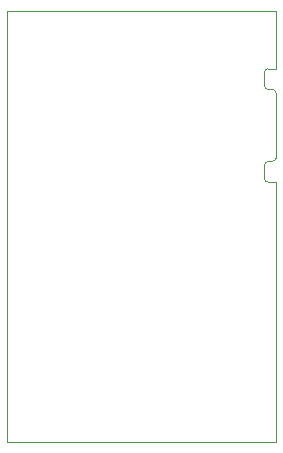
<source format=gbr>
%TF.GenerationSoftware,KiCad,Pcbnew,8.0.1-rc1*%
%TF.CreationDate,2025-05-18T23:27:59-05:00*%
%TF.ProjectId,rfReciever,72665265-6369-4657-9665-722e6b696361,rev?*%
%TF.SameCoordinates,Original*%
%TF.FileFunction,Profile,NP*%
%FSLAX46Y46*%
G04 Gerber Fmt 4.6, Leading zero omitted, Abs format (unit mm)*
G04 Created by KiCad (PCBNEW 8.0.1-rc1) date 2025-05-18 23:27:59*
%MOMM*%
%LPD*%
G01*
G04 APERTURE LIST*
%TA.AperFunction,Profile*%
%ADD10C,0.050000*%
%TD*%
%TA.AperFunction,Profile*%
%ADD11C,0.010000*%
%TD*%
G04 APERTURE END LIST*
D10*
X155750000Y-54500000D02*
X155755750Y-56650000D01*
X155750000Y-51750000D02*
X155750000Y-54500000D01*
X155755750Y-66250000D02*
X155750000Y-88250000D01*
X133000000Y-88250000D02*
X155750000Y-88250000D01*
X133000000Y-51750000D02*
X155750000Y-51750000D01*
X133000000Y-88250000D02*
X133000000Y-51750000D01*
D11*
%TO.C,J1*%
X154795750Y-58100000D02*
X154795750Y-56950000D01*
X154795750Y-64800000D02*
X154795750Y-65950000D01*
X155095750Y-56650000D02*
X155455750Y-56650000D01*
X155095750Y-66250000D02*
X155455750Y-66250000D01*
X155455750Y-56650000D02*
X155755750Y-56650000D01*
X155455750Y-58400000D02*
X155095750Y-58400000D01*
X155455750Y-64500000D02*
X155095750Y-64500000D01*
X155455750Y-66250000D02*
X155755750Y-66250000D01*
X155755750Y-58700000D02*
X155755750Y-64200000D01*
X154795750Y-56950000D02*
G75*
G02*
X155095750Y-56650000I300000J0D01*
G01*
X154795750Y-64800000D02*
G75*
G02*
X155095750Y-64500000I300000J0D01*
G01*
X155095750Y-58400000D02*
G75*
G02*
X154795750Y-58100000I0J300000D01*
G01*
X155095750Y-66250000D02*
G75*
G02*
X154795750Y-65950000I0J300000D01*
G01*
X155455750Y-58400000D02*
G75*
G02*
X155755750Y-58700000I0J-300000D01*
G01*
X155755750Y-64200000D02*
G75*
G02*
X155455750Y-64500000I-300000J0D01*
G01*
%TD*%
M02*

</source>
